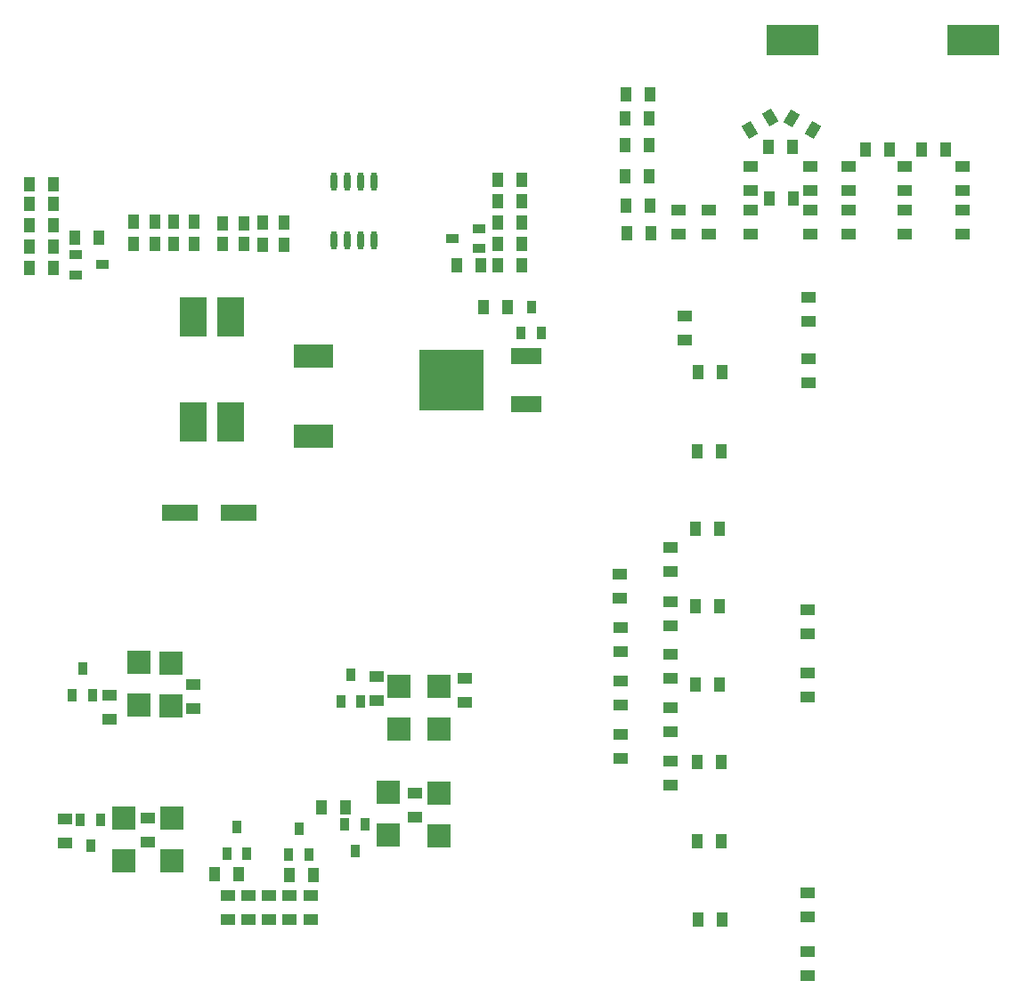
<source format=gbp>
G04*
G04 #@! TF.GenerationSoftware,Altium Limited,Altium Designer,18.1.6 (161)*
G04*
G04 Layer_Color=128*
%FSTAX24Y24*%
%MOIN*%
G70*
G01*
G75*
%ADD25R,0.0550X0.0394*%
%ADD26R,0.1378X0.0630*%
%ADD29R,0.0394X0.0550*%
%ADD34R,0.0472X0.0335*%
%ADD97R,0.1969X0.1181*%
G04:AMPARAMS|DCode=98|XSize=39.4mil|YSize=55mil|CornerRadius=0mil|HoleSize=0mil|Usage=FLASHONLY|Rotation=330.000|XOffset=0mil|YOffset=0mil|HoleType=Round|Shape=Rectangle|*
%AMROTATEDRECTD98*
4,1,4,-0.0308,-0.0140,-0.0033,0.0337,0.0308,0.0140,0.0033,-0.0337,-0.0308,-0.0140,0.0*
%
%ADD98ROTATEDRECTD98*%

G04:AMPARAMS|DCode=99|XSize=39.4mil|YSize=55mil|CornerRadius=0mil|HoleSize=0mil|Usage=FLASHONLY|Rotation=210.000|XOffset=0mil|YOffset=0mil|HoleType=Round|Shape=Rectangle|*
%AMROTATEDRECTD99*
4,1,4,0.0033,0.0337,0.0308,-0.0140,-0.0033,-0.0337,-0.0308,0.0140,0.0033,0.0337,0.0*
%
%ADD99ROTATEDRECTD99*%

%ADD100R,0.0984X0.1516*%
%ADD101O,0.0236X0.0709*%
%ADD102R,0.0335X0.0472*%
%ADD103R,0.0433X0.0550*%
%ADD104R,0.1500X0.0866*%
%ADD105R,0.2441X0.2283*%
%ADD106R,0.1181X0.0630*%
%ADD107R,0.0906X0.0900*%
D25*
X122445Y067841D02*
D03*
Y066941D02*
D03*
Y066238D02*
D03*
Y065338D02*
D03*
X120295Y067841D02*
D03*
Y066941D02*
D03*
Y066238D02*
D03*
Y065338D02*
D03*
X118195Y06786D02*
D03*
Y06696D02*
D03*
Y066238D02*
D03*
Y065338D02*
D03*
X116745Y066228D02*
D03*
Y065328D02*
D03*
Y067865D02*
D03*
Y066965D02*
D03*
X114507Y067865D02*
D03*
Y066965D02*
D03*
X1145Y066228D02*
D03*
Y065328D02*
D03*
X11295Y066228D02*
D03*
Y065328D02*
D03*
X1118Y066228D02*
D03*
Y065328D02*
D03*
X10965Y0506D02*
D03*
Y0497D02*
D03*
X11665Y048D02*
D03*
Y0489D02*
D03*
X1115Y0536D02*
D03*
Y0527D02*
D03*
X1096Y0526D02*
D03*
Y0517D02*
D03*
X1115Y05155D02*
D03*
Y05065D02*
D03*
Y0496D02*
D03*
Y0487D02*
D03*
X10965Y0486D02*
D03*
Y0477D02*
D03*
X1115Y0476D02*
D03*
Y0467D02*
D03*
X10965Y0466D02*
D03*
Y0457D02*
D03*
X1115Y0456D02*
D03*
Y0447D02*
D03*
X116683Y059748D02*
D03*
Y060648D02*
D03*
X11665Y03755D02*
D03*
Y03845D02*
D03*
Y04065D02*
D03*
Y03975D02*
D03*
X112033Y062248D02*
D03*
Y061348D02*
D03*
X116683Y062948D02*
D03*
Y062048D02*
D03*
X11665Y05125D02*
D03*
Y05035D02*
D03*
X1038Y047775D02*
D03*
Y048675D02*
D03*
X1005Y04875D02*
D03*
Y04785D02*
D03*
X10195Y044375D02*
D03*
Y043475D02*
D03*
X09195Y04345D02*
D03*
Y04255D02*
D03*
X08885Y043425D02*
D03*
Y042525D02*
D03*
X0905Y04715D02*
D03*
Y04805D02*
D03*
X09365Y04755D02*
D03*
Y04845D02*
D03*
X09804Y039673D02*
D03*
Y040573D02*
D03*
X097265Y039673D02*
D03*
Y040573D02*
D03*
X09649Y039673D02*
D03*
Y040573D02*
D03*
X095715Y039673D02*
D03*
Y040573D02*
D03*
X09494Y039673D02*
D03*
Y040573D02*
D03*
D26*
X09535Y0549D02*
D03*
X093145D02*
D03*
D29*
X1218Y068499D02*
D03*
X1209D02*
D03*
X118799Y0685D02*
D03*
X119699D02*
D03*
X1161Y066657D02*
D03*
X1152D02*
D03*
X116083Y0686D02*
D03*
X115183D02*
D03*
X11075Y07055D02*
D03*
X10985D02*
D03*
X110771Y06535D02*
D03*
X109871D02*
D03*
X11075Y0664D02*
D03*
X10985D02*
D03*
X110722Y0675D02*
D03*
X109822D02*
D03*
X110722Y068649D02*
D03*
X109822D02*
D03*
X110722Y06965D02*
D03*
X109822D02*
D03*
X113433Y060148D02*
D03*
X112533D02*
D03*
X1134Y0572D02*
D03*
X1125D02*
D03*
X11335Y0543D02*
D03*
X11245D02*
D03*
X113352Y0514D02*
D03*
X112452D02*
D03*
X11335Y04845D02*
D03*
X11245D02*
D03*
X1134Y04555D02*
D03*
X1125D02*
D03*
X1134Y0426D02*
D03*
X1125D02*
D03*
X11345Y03965D02*
D03*
X11255D02*
D03*
X09935Y043849D02*
D03*
X09845D02*
D03*
X1054Y0626D02*
D03*
X1045D02*
D03*
X1035Y06415D02*
D03*
X1044D02*
D03*
X0901Y065175D02*
D03*
X0892D02*
D03*
X09815Y041323D02*
D03*
X09725D02*
D03*
X09535Y041373D02*
D03*
X09445D02*
D03*
X087525Y0672D02*
D03*
X088425D02*
D03*
X087525Y06645D02*
D03*
X088425D02*
D03*
X087525Y06565D02*
D03*
X088425D02*
D03*
X087525Y06485D02*
D03*
X088425D02*
D03*
X087525Y06405D02*
D03*
X088425D02*
D03*
X10595Y06495D02*
D03*
X10505D02*
D03*
X10595Y06575D02*
D03*
X10505D02*
D03*
X10595Y06735D02*
D03*
X10505D02*
D03*
X10595Y06415D02*
D03*
X10505D02*
D03*
X10595Y06655D02*
D03*
X10505D02*
D03*
D34*
X089258Y063801D02*
D03*
X08926Y064545D02*
D03*
X090242Y064175D02*
D03*
X104334Y065524D02*
D03*
X104332Y06478D02*
D03*
X10335Y06515D02*
D03*
D97*
X12285Y0726D02*
D03*
X116078D02*
D03*
D98*
X11684Y06921D02*
D03*
X11606Y06966D02*
D03*
D99*
X114467Y069224D02*
D03*
X115247Y069674D02*
D03*
D100*
X093661Y062209D02*
D03*
X095039D02*
D03*
X093661Y058291D02*
D03*
X095039D02*
D03*
D101*
X1004Y065076D02*
D03*
X0999D02*
D03*
X0994D02*
D03*
X0989D02*
D03*
X1004Y0673D02*
D03*
X0999D02*
D03*
X0994D02*
D03*
X0989D02*
D03*
D102*
X0997Y042233D02*
D03*
X10007Y043215D02*
D03*
X099326Y043217D02*
D03*
X0895Y049042D02*
D03*
X08913Y04806D02*
D03*
X089874Y048058D02*
D03*
X097974Y042081D02*
D03*
X09723Y042083D02*
D03*
X0976Y043065D02*
D03*
X09565Y042123D02*
D03*
X094906Y042125D02*
D03*
X095276Y043107D02*
D03*
X1063Y062592D02*
D03*
X10593Y06161D02*
D03*
X106674Y061608D02*
D03*
X099924Y047833D02*
D03*
X09918Y047835D02*
D03*
X09955Y048817D02*
D03*
X089426Y043392D02*
D03*
X09017Y04339D02*
D03*
X0898Y042408D02*
D03*
D103*
X094756Y06574D02*
D03*
X095544D02*
D03*
X094763Y06495D02*
D03*
X09555D02*
D03*
X09625Y06575D02*
D03*
X097037D02*
D03*
X096256Y06494D02*
D03*
X097044D02*
D03*
X091413Y0658D02*
D03*
X0922D02*
D03*
X091413Y06495D02*
D03*
X0922D02*
D03*
X092906Y0658D02*
D03*
X093694D02*
D03*
X092906Y06495D02*
D03*
X093694D02*
D03*
D104*
X09815Y05775D02*
D03*
Y06075D02*
D03*
D105*
X1033Y05985D02*
D03*
D106*
X106127Y05895D02*
D03*
Y06075D02*
D03*
D107*
X10285Y044375D02*
D03*
Y042775D02*
D03*
Y046775D02*
D03*
Y048375D02*
D03*
X10095Y042825D02*
D03*
Y044425D02*
D03*
X10135Y048375D02*
D03*
Y046775D02*
D03*
X09105Y04185D02*
D03*
Y04345D02*
D03*
X09285D02*
D03*
Y04185D02*
D03*
X0916Y0493D02*
D03*
Y0477D02*
D03*
X0928Y04765D02*
D03*
Y04925D02*
D03*
M02*

</source>
